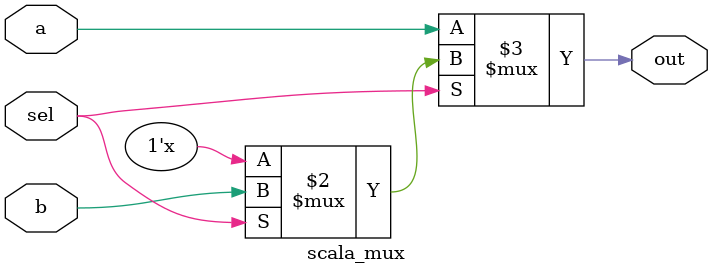
<source format=v>
module scala_mux
#(
     parameter size = 1 
)
(
     input     [size-1:0] a , b ,
     input     sel ,
     output    out
);

     assign out = ( !sel ) ? a :( sel ) ? b : { size{1'bx} };

endmodule
</source>
